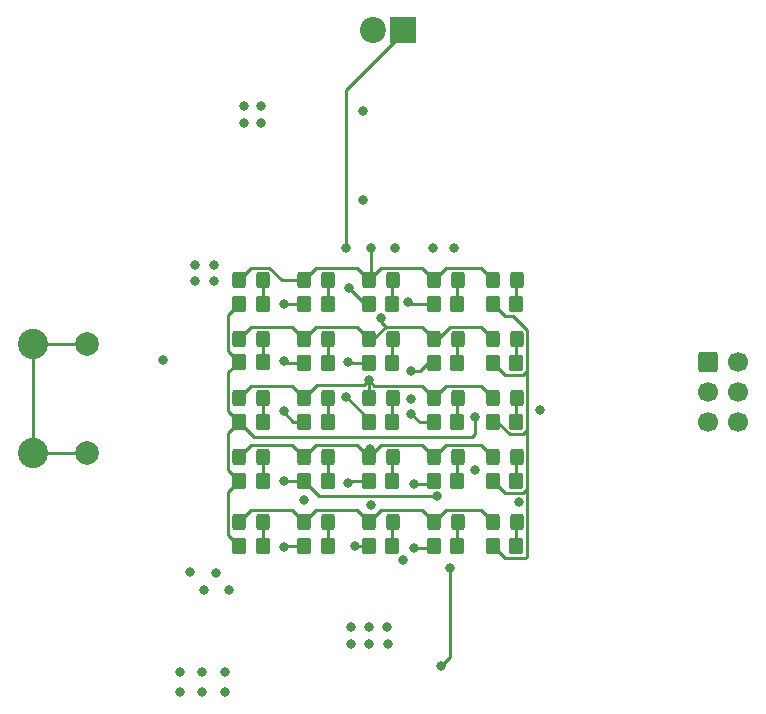
<source format=gbr>
%TF.GenerationSoftware,KiCad,Pcbnew,7.0.6-7.0.6~ubuntu20.04.1*%
%TF.CreationDate,2023-07-18T17:21:29-05:00*%
%TF.ProjectId,basic_microcontroller,62617369-635f-46d6-9963-726f636f6e74,rev?*%
%TF.SameCoordinates,Original*%
%TF.FileFunction,Copper,L4,Bot*%
%TF.FilePolarity,Positive*%
%FSLAX46Y46*%
G04 Gerber Fmt 4.6, Leading zero omitted, Abs format (unit mm)*
G04 Created by KiCad (PCBNEW 7.0.6-7.0.6~ubuntu20.04.1) date 2023-07-18 17:21:29*
%MOMM*%
%LPD*%
G01*
G04 APERTURE LIST*
G04 Aperture macros list*
%AMRoundRect*
0 Rectangle with rounded corners*
0 $1 Rounding radius*
0 $2 $3 $4 $5 $6 $7 $8 $9 X,Y pos of 4 corners*
0 Add a 4 corners polygon primitive as box body*
4,1,4,$2,$3,$4,$5,$6,$7,$8,$9,$2,$3,0*
0 Add four circle primitives for the rounded corners*
1,1,$1+$1,$2,$3*
1,1,$1+$1,$4,$5*
1,1,$1+$1,$6,$7*
1,1,$1+$1,$8,$9*
0 Add four rect primitives between the rounded corners*
20,1,$1+$1,$2,$3,$4,$5,0*
20,1,$1+$1,$4,$5,$6,$7,0*
20,1,$1+$1,$6,$7,$8,$9,0*
20,1,$1+$1,$8,$9,$2,$3,0*%
G04 Aperture macros list end*
%TA.AperFunction,ComponentPad*%
%ADD10R,2.200000X2.200000*%
%TD*%
%TA.AperFunction,ComponentPad*%
%ADD11C,2.200000*%
%TD*%
%TA.AperFunction,ComponentPad*%
%ADD12RoundRect,0.250000X-0.600000X-0.600000X0.600000X-0.600000X0.600000X0.600000X-0.600000X0.600000X0*%
%TD*%
%TA.AperFunction,ComponentPad*%
%ADD13C,1.700000*%
%TD*%
%TA.AperFunction,ComponentPad*%
%ADD14C,2.000000*%
%TD*%
%TA.AperFunction,ComponentPad*%
%ADD15C,2.565000*%
%TD*%
%TA.AperFunction,SMDPad,CuDef*%
%ADD16RoundRect,0.250000X0.325000X0.450000X-0.325000X0.450000X-0.325000X-0.450000X0.325000X-0.450000X0*%
%TD*%
%TA.AperFunction,SMDPad,CuDef*%
%ADD17RoundRect,0.250000X0.350000X0.450000X-0.350000X0.450000X-0.350000X-0.450000X0.350000X-0.450000X0*%
%TD*%
%TA.AperFunction,ViaPad*%
%ADD18C,0.800000*%
%TD*%
%TA.AperFunction,Conductor*%
%ADD19C,0.250000*%
%TD*%
G04 APERTURE END LIST*
D10*
%TO.P,J3,1,Pin_1*%
%TO.N,Net-(J3-Pin_1)*%
X151900000Y-68800000D03*
D11*
%TO.P,J3,2,Pin_2*%
%TO.N,GND*%
X149360000Y-68800000D03*
%TD*%
D12*
%TO.P,J2,1,MISO*%
%TO.N,/MISO*%
X177747500Y-96955000D03*
D13*
%TO.P,J2,2,VCC*%
%TO.N,+5V*%
X180287500Y-96955000D03*
%TO.P,J2,3,SCK*%
%TO.N,/SCK*%
X177747500Y-99495000D03*
%TO.P,J2,4,MOSI*%
%TO.N,/MOSI*%
X180287500Y-99495000D03*
%TO.P,J2,5,~{RST}*%
%TO.N,/RESET*%
X177747500Y-102035000D03*
%TO.P,J2,6,GND*%
%TO.N,GND*%
X180287500Y-102035000D03*
%TD*%
D14*
%TO.P,J1,MH,SHIELD*%
%TO.N,Net-(J1-SHIELD)*%
X125100000Y-95390000D03*
D15*
X120600000Y-95390000D03*
D14*
X125100000Y-104610000D03*
D15*
X120600000Y-104610000D03*
%TD*%
D16*
%TO.P,D25,1,K*%
%TO.N,Net-(D25-K)*%
X145525000Y-110500000D03*
%TO.P,D25,2,A*%
%TO.N,/LED_ROW5*%
X143475000Y-110500000D03*
%TD*%
%TO.P,D13,1,K*%
%TO.N,Net-(D13-K)*%
X156525000Y-100000000D03*
%TO.P,D13,2,A*%
%TO.N,/LED_ROW3*%
X154475000Y-100000000D03*
%TD*%
D17*
%TO.P,R21,1*%
%TO.N,Net-(D15-K)*%
X145500000Y-102000000D03*
%TO.P,R21,2*%
%TO.N,/LED_COL4*%
X143500000Y-102000000D03*
%TD*%
%TO.P,R24,1*%
%TO.N,Net-(D18-K)*%
X156500000Y-107000000D03*
%TO.P,R24,2*%
%TO.N,/LED_COL2*%
X154500000Y-107000000D03*
%TD*%
D16*
%TO.P,D5,1,K*%
%TO.N,Net-(D5-K)*%
X145525000Y-90000000D03*
%TO.P,D5,2,A*%
%TO.N,/LED_ROW1*%
X143475000Y-90000000D03*
%TD*%
D17*
%TO.P,R18,1*%
%TO.N,Net-(D12-K)*%
X161500000Y-102000000D03*
%TO.P,R18,2*%
%TO.N,/LED_COL1*%
X159500000Y-102000000D03*
%TD*%
D16*
%TO.P,D17,1,K*%
%TO.N,Net-(D17-K)*%
X161525000Y-105000000D03*
%TO.P,D17,2,A*%
%TO.N,/LED_ROW4*%
X159475000Y-105000000D03*
%TD*%
D17*
%TO.P,R20,1*%
%TO.N,Net-(D14-K)*%
X151000000Y-102000000D03*
%TO.P,R20,2*%
%TO.N,/LED_COL3*%
X149000000Y-102000000D03*
%TD*%
D16*
%TO.P,D18,1,K*%
%TO.N,Net-(D18-K)*%
X156525000Y-105000000D03*
%TO.P,D18,2,A*%
%TO.N,/LED_ROW4*%
X154475000Y-105000000D03*
%TD*%
D17*
%TO.P,R15,1*%
%TO.N,Net-(D9-K)*%
X151000000Y-97000000D03*
%TO.P,R15,2*%
%TO.N,/LED_COL3*%
X149000000Y-97000000D03*
%TD*%
%TO.P,R16,1*%
%TO.N,Net-(D10-K)*%
X145500000Y-97000000D03*
%TO.P,R16,2*%
%TO.N,/LED_COL4*%
X143500000Y-97000000D03*
%TD*%
D16*
%TO.P,D23,1,K*%
%TO.N,Net-(D23-K)*%
X156525000Y-110500000D03*
%TO.P,D23,2,A*%
%TO.N,/LED_ROW5*%
X154475000Y-110500000D03*
%TD*%
D17*
%TO.P,R25,1*%
%TO.N,Net-(D19-K)*%
X151000000Y-107000000D03*
%TO.P,R25,2*%
%TO.N,/LED_COL3*%
X149000000Y-107000000D03*
%TD*%
D16*
%TO.P,D4,1,K*%
%TO.N,Net-(D4-K)*%
X151025000Y-90000000D03*
%TO.P,D4,2,A*%
%TO.N,/LED_ROW1*%
X148975000Y-90000000D03*
%TD*%
%TO.P,D26,1,K*%
%TO.N,Net-(D26-K)*%
X140025000Y-110500000D03*
%TO.P,D26,2,A*%
%TO.N,/LED_ROW5*%
X137975000Y-110500000D03*
%TD*%
D17*
%TO.P,R12,1*%
%TO.N,Net-(D6-K)*%
X140000000Y-92000000D03*
%TO.P,R12,2*%
%TO.N,/LED_COL5*%
X138000000Y-92000000D03*
%TD*%
D16*
%TO.P,D19,1,K*%
%TO.N,Net-(D19-K)*%
X151025000Y-105000000D03*
%TO.P,D19,2,A*%
%TO.N,/LED_ROW4*%
X148975000Y-105000000D03*
%TD*%
D17*
%TO.P,R23,1*%
%TO.N,Net-(D17-K)*%
X161500000Y-107000000D03*
%TO.P,R23,2*%
%TO.N,/LED_COL1*%
X159500000Y-107000000D03*
%TD*%
%TO.P,R11,1*%
%TO.N,Net-(D5-K)*%
X145500000Y-92000000D03*
%TO.P,R11,2*%
%TO.N,/LED_COL4*%
X143500000Y-92000000D03*
%TD*%
%TO.P,R8,1*%
%TO.N,Net-(D2-K)*%
X161500000Y-92000000D03*
%TO.P,R8,2*%
%TO.N,/LED_COL1*%
X159500000Y-92000000D03*
%TD*%
%TO.P,R30,1*%
%TO.N,Net-(D24-K)*%
X151000000Y-112500000D03*
%TO.P,R30,2*%
%TO.N,/LED_COL3*%
X149000000Y-112500000D03*
%TD*%
%TO.P,R29,1*%
%TO.N,Net-(D23-K)*%
X156500000Y-112500000D03*
%TO.P,R29,2*%
%TO.N,/LED_COL2*%
X154500000Y-112500000D03*
%TD*%
D16*
%TO.P,D14,1,K*%
%TO.N,Net-(D14-K)*%
X151025000Y-100000000D03*
%TO.P,D14,2,A*%
%TO.N,/LED_ROW3*%
X148975000Y-100000000D03*
%TD*%
D17*
%TO.P,R14,1*%
%TO.N,Net-(D8-K)*%
X156500000Y-97000000D03*
%TO.P,R14,2*%
%TO.N,/LED_COL2*%
X154500000Y-97000000D03*
%TD*%
%TO.P,R9,1*%
%TO.N,Net-(D3-K)*%
X156500000Y-92000000D03*
%TO.P,R9,2*%
%TO.N,/LED_COL2*%
X154500000Y-92000000D03*
%TD*%
D16*
%TO.P,D10,1,K*%
%TO.N,Net-(D10-K)*%
X145525000Y-95000000D03*
%TO.P,D10,2,A*%
%TO.N,/LED_ROW2*%
X143475000Y-95000000D03*
%TD*%
%TO.P,D16,1,K*%
%TO.N,Net-(D16-K)*%
X140025000Y-100000000D03*
%TO.P,D16,2,A*%
%TO.N,/LED_ROW3*%
X137975000Y-100000000D03*
%TD*%
%TO.P,D21,1,K*%
%TO.N,Net-(D21-K)*%
X140025000Y-105000000D03*
%TO.P,D21,2,A*%
%TO.N,/LED_ROW4*%
X137975000Y-105000000D03*
%TD*%
D17*
%TO.P,R10,1*%
%TO.N,Net-(D4-K)*%
X151000000Y-92000000D03*
%TO.P,R10,2*%
%TO.N,/LED_COL3*%
X149000000Y-92000000D03*
%TD*%
%TO.P,R13,1*%
%TO.N,Net-(D7-K)*%
X161500000Y-97000000D03*
%TO.P,R13,2*%
%TO.N,/LED_COL1*%
X159500000Y-97000000D03*
%TD*%
D16*
%TO.P,D7,1,K*%
%TO.N,Net-(D7-K)*%
X161525000Y-95000000D03*
%TO.P,D7,2,A*%
%TO.N,/LED_ROW2*%
X159475000Y-95000000D03*
%TD*%
%TO.P,D12,1,K*%
%TO.N,Net-(D12-K)*%
X161525000Y-100000000D03*
%TO.P,D12,2,A*%
%TO.N,/LED_ROW3*%
X159475000Y-100000000D03*
%TD*%
%TO.P,D8,1,K*%
%TO.N,Net-(D8-K)*%
X156525000Y-95000000D03*
%TO.P,D8,2,A*%
%TO.N,/LED_ROW2*%
X154475000Y-95000000D03*
%TD*%
%TO.P,D20,1,K*%
%TO.N,Net-(D20-K)*%
X145525000Y-105000000D03*
%TO.P,D20,2,A*%
%TO.N,/LED_ROW4*%
X143475000Y-105000000D03*
%TD*%
D17*
%TO.P,R32,1*%
%TO.N,Net-(D26-K)*%
X140000000Y-112500000D03*
%TO.P,R32,2*%
%TO.N,/LED_COL5*%
X138000000Y-112500000D03*
%TD*%
D16*
%TO.P,D22,1,K*%
%TO.N,Net-(D22-K)*%
X161525000Y-110500000D03*
%TO.P,D22,2,A*%
%TO.N,/LED_ROW5*%
X159475000Y-110500000D03*
%TD*%
%TO.P,D6,1,K*%
%TO.N,Net-(D6-K)*%
X140025000Y-90000000D03*
%TO.P,D6,2,A*%
%TO.N,/LED_ROW1*%
X137975000Y-90000000D03*
%TD*%
%TO.P,D24,1,K*%
%TO.N,Net-(D24-K)*%
X151025000Y-110500000D03*
%TO.P,D24,2,A*%
%TO.N,/LED_ROW5*%
X148975000Y-110500000D03*
%TD*%
D17*
%TO.P,R17,1*%
%TO.N,Net-(D11-K)*%
X140000000Y-96900000D03*
%TO.P,R17,2*%
%TO.N,/LED_COL5*%
X138000000Y-96900000D03*
%TD*%
%TO.P,R26,1*%
%TO.N,Net-(D20-K)*%
X145500000Y-107000000D03*
%TO.P,R26,2*%
%TO.N,/LED_COL4*%
X143500000Y-107000000D03*
%TD*%
D16*
%TO.P,D9,1,K*%
%TO.N,Net-(D9-K)*%
X151025000Y-95000000D03*
%TO.P,D9,2,A*%
%TO.N,/LED_ROW2*%
X148975000Y-95000000D03*
%TD*%
%TO.P,D2,1,K*%
%TO.N,Net-(D2-K)*%
X161525000Y-90000000D03*
%TO.P,D2,2,A*%
%TO.N,/LED_ROW1*%
X159475000Y-90000000D03*
%TD*%
D17*
%TO.P,R22,1*%
%TO.N,Net-(D16-K)*%
X140000000Y-102000000D03*
%TO.P,R22,2*%
%TO.N,/LED_COL5*%
X138000000Y-102000000D03*
%TD*%
%TO.P,R31,1*%
%TO.N,Net-(D25-K)*%
X145500000Y-112500000D03*
%TO.P,R31,2*%
%TO.N,/LED_COL4*%
X143500000Y-112500000D03*
%TD*%
D16*
%TO.P,D3,1,K*%
%TO.N,Net-(D3-K)*%
X156525000Y-90000000D03*
%TO.P,D3,2,A*%
%TO.N,/LED_ROW1*%
X154475000Y-90000000D03*
%TD*%
%TO.P,D11,1,K*%
%TO.N,Net-(D11-K)*%
X140025000Y-95000000D03*
%TO.P,D11,2,A*%
%TO.N,/LED_ROW2*%
X137975000Y-95000000D03*
%TD*%
D17*
%TO.P,R28,1*%
%TO.N,Net-(D22-K)*%
X161500000Y-112500000D03*
%TO.P,R28,2*%
%TO.N,/LED_COL1*%
X159500000Y-112500000D03*
%TD*%
%TO.P,R19,1*%
%TO.N,Net-(D13-K)*%
X156500000Y-102000000D03*
%TO.P,R19,2*%
%TO.N,/LED_COL2*%
X154500000Y-102000000D03*
%TD*%
D16*
%TO.P,D15,1,K*%
%TO.N,Net-(D15-K)*%
X145525000Y-100000000D03*
%TO.P,D15,2,A*%
%TO.N,/LED_ROW3*%
X143475000Y-100000000D03*
%TD*%
D17*
%TO.P,R27,1*%
%TO.N,Net-(D21-K)*%
X140000000Y-107000000D03*
%TO.P,R27,2*%
%TO.N,/LED_COL5*%
X138000000Y-107000000D03*
%TD*%
D18*
%TO.N,+5V*%
X156200000Y-87300000D03*
%TO.N,GND*%
X138400000Y-75300000D03*
X131600000Y-96800000D03*
X136800000Y-123200000D03*
X133000000Y-124900000D03*
X134900000Y-123200000D03*
X136800000Y-124900000D03*
X139900000Y-75300000D03*
X133000000Y-123200000D03*
X158000000Y-106100000D03*
X134900000Y-124900000D03*
X154400000Y-87300000D03*
X138400000Y-76700000D03*
X139900000Y-76700000D03*
%TO.N,Net-(U1-XTAL1)*%
X161700500Y-108749500D03*
X151900000Y-113700000D03*
%TO.N,Net-(U1-XTAL2)*%
X163500000Y-101000000D03*
X149200000Y-109024500D03*
%TO.N,+5V*%
X135900000Y-88700000D03*
X150600000Y-120800000D03*
X134300000Y-90100000D03*
X147500000Y-120800000D03*
X134300000Y-88700000D03*
X149000000Y-119400000D03*
X150500000Y-119400000D03*
X135900000Y-90100000D03*
X148500000Y-75700000D03*
X147500000Y-119400000D03*
X149000000Y-120800000D03*
%TO.N,/MISO*%
X136100000Y-114800000D03*
%TO.N,/SCK*%
X133900000Y-114700000D03*
%TO.N,/MOSI*%
X135037590Y-116249500D03*
%TO.N,/RESET*%
X137200000Y-116249500D03*
%TO.N,/LED_ROW1*%
X149200000Y-87300000D03*
%TO.N,/LED_ROW2*%
X150000000Y-93200000D03*
%TO.N,/LED_ROW3*%
X149000000Y-98500000D03*
%TO.N,/LED_ROW4*%
X149100000Y-104300000D03*
X152600000Y-100100000D03*
%TO.N,/LED_ROW5*%
X143537147Y-110562147D03*
X151200000Y-87300000D03*
%TO.N,/LED_COL1*%
X159500000Y-107000000D03*
%TO.N,/LED_COL2*%
X152800000Y-107300000D03*
X152300000Y-91900000D03*
X152600000Y-101300000D03*
X152800000Y-112700000D03*
X152600000Y-97700000D03*
%TO.N,/LED_COL3*%
X147100000Y-99900000D03*
X147200000Y-96900000D03*
X147200000Y-107200000D03*
X147300000Y-90700000D03*
X147800000Y-112500000D03*
%TO.N,/LED_COL4*%
X141800000Y-96875500D03*
X141800000Y-107000000D03*
X154800000Y-108300000D03*
X141800000Y-92000000D03*
X141800000Y-101112299D03*
X141800000Y-112600000D03*
%TO.N,/LED_COL5*%
X158000000Y-101600000D03*
%TO.N,/TRI_LED_B*%
X143500000Y-108600000D03*
X148500000Y-83200000D03*
%TO.N,Net-(J3-Pin_1)*%
X147100000Y-87300000D03*
%TO.N,/SDA*%
X155100000Y-122700000D03*
X155900000Y-114400000D03*
%TD*%
D19*
%TO.N,/LED_COL4*%
X141824500Y-97000000D02*
X143500000Y-97000000D01*
X141700000Y-96875500D02*
X141824500Y-97000000D01*
%TO.N,Net-(J1-SHIELD)*%
X125100000Y-104610000D02*
X120600000Y-104610000D01*
X120600000Y-104610000D02*
X120600000Y-95390000D01*
X125100000Y-95390000D02*
X120600000Y-95390000D01*
%TO.N,Net-(D2-K)*%
X161500000Y-92000000D02*
X161500000Y-90000000D01*
%TO.N,/LED_ROW1*%
X144525000Y-88975000D02*
X143500000Y-90000000D01*
X149200000Y-89800000D02*
X149000000Y-90000000D01*
X147975000Y-88975000D02*
X144525000Y-88975000D01*
X140588173Y-88975000D02*
X139025000Y-88975000D01*
X149000000Y-90000000D02*
X147975000Y-88975000D01*
X150025000Y-88975000D02*
X149000000Y-90000000D01*
X155525000Y-88975000D02*
X154500000Y-90000000D01*
X158475000Y-88975000D02*
X155525000Y-88975000D01*
X154500000Y-90000000D02*
X153475000Y-88975000D01*
X139025000Y-88975000D02*
X138000000Y-90000000D01*
X143500000Y-90000000D02*
X141613173Y-90000000D01*
X141613173Y-90000000D02*
X140588173Y-88975000D01*
X153475000Y-88975000D02*
X150025000Y-88975000D01*
X159500000Y-90000000D02*
X158475000Y-88975000D01*
X149200000Y-87200000D02*
X149200000Y-89800000D01*
%TO.N,Net-(D3-K)*%
X156500000Y-90000000D02*
X156500000Y-92000000D01*
%TO.N,Net-(D4-K)*%
X151000000Y-90000000D02*
X151000000Y-92000000D01*
%TO.N,Net-(D5-K)*%
X145500000Y-90000000D02*
X145500000Y-92000000D01*
%TO.N,Net-(D6-K)*%
X140000000Y-90000000D02*
X140000000Y-92000000D01*
%TO.N,Net-(D7-K)*%
X161500000Y-95000000D02*
X161500000Y-97000000D01*
%TO.N,/LED_ROW2*%
X154500000Y-95000000D02*
X154886827Y-95000000D01*
X139025000Y-93975000D02*
X142475000Y-93975000D01*
X150000000Y-93563173D02*
X150411827Y-93975000D01*
X149000000Y-95000000D02*
X149386827Y-95000000D01*
X149386827Y-95000000D02*
X150411827Y-93975000D01*
X142475000Y-93975000D02*
X143500000Y-95000000D01*
X138000000Y-95000000D02*
X139025000Y-93975000D01*
X144525000Y-93975000D02*
X147975000Y-93975000D01*
X154886827Y-95000000D02*
X155911827Y-93975000D01*
X158475000Y-93975000D02*
X159500000Y-95000000D01*
X155911827Y-93975000D02*
X158475000Y-93975000D01*
X143500000Y-95000000D02*
X144525000Y-93975000D01*
X150000000Y-93200000D02*
X150000000Y-93563173D01*
X150411827Y-93975000D02*
X153475000Y-93975000D01*
X153475000Y-93975000D02*
X154500000Y-95000000D01*
X147975000Y-93975000D02*
X149000000Y-95000000D01*
%TO.N,Net-(D8-K)*%
X156500000Y-95000000D02*
X156500000Y-97000000D01*
%TO.N,Net-(D9-K)*%
X151000000Y-95000000D02*
X151000000Y-97000000D01*
%TO.N,Net-(D10-K)*%
X145500000Y-95000000D02*
X145500000Y-97000000D01*
%TO.N,Net-(D11-K)*%
X140000000Y-96900000D02*
X140000000Y-95000000D01*
%TO.N,Net-(D12-K)*%
X161500000Y-100000000D02*
X161500000Y-102000000D01*
%TO.N,/LED_ROW3*%
X155525000Y-98975000D02*
X158475000Y-98975000D01*
X148975000Y-100000000D02*
X148975000Y-98525000D01*
X139025000Y-98975000D02*
X138000000Y-100000000D01*
X146800805Y-98900000D02*
X146775805Y-98925000D01*
X154500000Y-100000000D02*
X155525000Y-98975000D01*
X148600000Y-98900000D02*
X146800805Y-98900000D01*
X149475000Y-98975000D02*
X153475000Y-98975000D01*
X142475000Y-98975000D02*
X139025000Y-98975000D01*
X146175195Y-98925000D02*
X146150195Y-98900000D01*
X148975000Y-98525000D02*
X149000000Y-98500000D01*
X143500000Y-100000000D02*
X142475000Y-98975000D01*
X153475000Y-98975000D02*
X154500000Y-100000000D01*
X146775805Y-98925000D02*
X146175195Y-98925000D01*
X149000000Y-98500000D02*
X149475000Y-98975000D01*
X149000000Y-98500000D02*
X148600000Y-98900000D01*
X144600000Y-98900000D02*
X143500000Y-100000000D01*
X146150195Y-98900000D02*
X144600000Y-98900000D01*
X158475000Y-98975000D02*
X159500000Y-100000000D01*
%TO.N,Net-(D13-K)*%
X156500000Y-100000000D02*
X156500000Y-102000000D01*
%TO.N,Net-(D14-K)*%
X151000000Y-100000000D02*
X151000000Y-102000000D01*
%TO.N,Net-(D15-K)*%
X145500000Y-100000000D02*
X145500000Y-102000000D01*
%TO.N,Net-(D16-K)*%
X140000000Y-100000000D02*
X140000000Y-102000000D01*
%TO.N,Net-(D17-K)*%
X161500000Y-105000000D02*
X161500000Y-107000000D01*
%TO.N,/LED_ROW4*%
X149000000Y-105000000D02*
X150025000Y-103975000D01*
X153475000Y-103975000D02*
X154500000Y-105000000D01*
X155525000Y-103975000D02*
X158475000Y-103975000D01*
X158475000Y-103975000D02*
X159500000Y-105000000D01*
X147975000Y-103975000D02*
X149000000Y-105000000D01*
X150025000Y-103975000D02*
X153475000Y-103975000D01*
X144525000Y-103975000D02*
X147975000Y-103975000D01*
X154500000Y-105000000D02*
X155525000Y-103975000D01*
X139025000Y-103975000D02*
X142475000Y-103975000D01*
X138000000Y-105000000D02*
X139025000Y-103975000D01*
X142475000Y-103975000D02*
X143500000Y-105000000D01*
X143500000Y-105000000D02*
X144525000Y-103975000D01*
%TO.N,Net-(D18-K)*%
X156500000Y-105000000D02*
X156500000Y-107000000D01*
%TO.N,Net-(D19-K)*%
X151000000Y-105000000D02*
X151000000Y-107000000D01*
%TO.N,Net-(D20-K)*%
X145500000Y-105000000D02*
X145500000Y-107000000D01*
%TO.N,Net-(D21-K)*%
X140000000Y-105000000D02*
X140000000Y-107000000D01*
%TO.N,Net-(D22-K)*%
X161500000Y-110500000D02*
X161500000Y-112500000D01*
%TO.N,/LED_ROW5*%
X154500000Y-110500000D02*
X153475000Y-109475000D01*
X147975000Y-109475000D02*
X144525000Y-109475000D01*
X155525000Y-109475000D02*
X154500000Y-110500000D01*
X143500000Y-110500000D02*
X142475000Y-109475000D01*
X144525000Y-109475000D02*
X143500000Y-110500000D01*
X158475000Y-109475000D02*
X155525000Y-109475000D01*
X159500000Y-110500000D02*
X158475000Y-109475000D01*
X142475000Y-109475000D02*
X139025000Y-109475000D01*
X139025000Y-109475000D02*
X138000000Y-110500000D01*
X149000000Y-110500000D02*
X147975000Y-109475000D01*
X153475000Y-109475000D02*
X150025000Y-109475000D01*
X150025000Y-109475000D02*
X149000000Y-110500000D01*
%TO.N,Net-(D23-K)*%
X156500000Y-112500000D02*
X156500000Y-110500000D01*
%TO.N,Net-(D24-K)*%
X151000000Y-110500000D02*
X151000000Y-112500000D01*
%TO.N,Net-(D25-K)*%
X145500000Y-112500000D02*
X145500000Y-110500000D01*
%TO.N,Net-(D26-K)*%
X140000000Y-110500000D02*
X140000000Y-112500000D01*
%TO.N,/LED_COL1*%
X162425000Y-97688173D02*
X162088173Y-98025000D01*
X159500000Y-112500000D02*
X160525000Y-113525000D01*
X162425000Y-102688173D02*
X162425000Y-97688173D01*
X160525000Y-113525000D02*
X162275000Y-113525000D01*
X162425000Y-113375000D02*
X162425000Y-107688173D01*
X159886827Y-102000000D02*
X160911827Y-103025000D01*
X160525000Y-108025000D02*
X162088173Y-108025000D01*
X162088173Y-98025000D02*
X160525000Y-98025000D01*
X162275000Y-113525000D02*
X162425000Y-113375000D01*
X159500000Y-92000000D02*
X160525000Y-93025000D01*
X160525000Y-98025000D02*
X159500000Y-97000000D01*
X162425000Y-94225000D02*
X162425000Y-97688173D01*
X160911827Y-103025000D02*
X162088173Y-103025000D01*
X162425000Y-107688173D02*
X162425000Y-102688173D01*
X162088173Y-108025000D02*
X162425000Y-107688173D01*
X161225000Y-93025000D02*
X162425000Y-94225000D01*
X159500000Y-102000000D02*
X159886827Y-102000000D01*
X159500000Y-107000000D02*
X160525000Y-108025000D01*
X162088173Y-103025000D02*
X162425000Y-102688173D01*
X160525000Y-93025000D02*
X161225000Y-93025000D01*
%TO.N,/LED_COL2*%
X152600000Y-97700000D02*
X153300000Y-97700000D01*
X152800000Y-107300000D02*
X154200000Y-107300000D01*
X152600000Y-101300000D02*
X153300000Y-102000000D01*
X152300000Y-91900000D02*
X152400000Y-92000000D01*
X152800000Y-112700000D02*
X154300000Y-112700000D01*
X153300000Y-97700000D02*
X154000000Y-97000000D01*
X152400000Y-92000000D02*
X154500000Y-92000000D01*
X154300000Y-112700000D02*
X154500000Y-112500000D01*
X154000000Y-97000000D02*
X154500000Y-97000000D01*
X153300000Y-102000000D02*
X154500000Y-102000000D01*
X154200000Y-107300000D02*
X154500000Y-107000000D01*
%TO.N,/LED_COL3*%
X147400000Y-107000000D02*
X147200000Y-107200000D01*
X149000000Y-101800000D02*
X147100000Y-99900000D01*
X147300000Y-97000000D02*
X147200000Y-96900000D01*
X147800000Y-112500000D02*
X149000000Y-112500000D01*
X147300000Y-90700000D02*
X148400000Y-91800000D01*
X149000000Y-107000000D02*
X147400000Y-107000000D01*
X148900000Y-91900000D02*
X149000000Y-92000000D01*
X149000000Y-97000000D02*
X147300000Y-97000000D01*
X148900000Y-91800000D02*
X148900000Y-91900000D01*
X149000000Y-102000000D02*
X149000000Y-101800000D01*
X148400000Y-91800000D02*
X148900000Y-91800000D01*
%TO.N,/LED_COL4*%
X141900000Y-112500000D02*
X141800000Y-112600000D01*
X143500000Y-112500000D02*
X141900000Y-112500000D01*
X143500000Y-107000000D02*
X141700000Y-107000000D01*
X141800000Y-92000000D02*
X143500000Y-92000000D01*
X154800000Y-108300000D02*
X144800000Y-108300000D01*
X141712299Y-101112299D02*
X142600000Y-102000000D01*
X142600000Y-102000000D02*
X143500000Y-102000000D01*
X144800000Y-108300000D02*
X143500000Y-107000000D01*
%TO.N,/LED_COL5*%
X138000000Y-107000000D02*
X137075000Y-107925000D01*
X137075000Y-95975000D02*
X138000000Y-96900000D01*
X158000000Y-101600000D02*
X158000000Y-103000000D01*
X137075000Y-102925000D02*
X137075000Y-106075000D01*
X138000000Y-96900000D02*
X137075000Y-97825000D01*
X158000000Y-103000000D02*
X157700000Y-103300000D01*
X139300000Y-103300000D02*
X138000000Y-102000000D01*
X138000000Y-102000000D02*
X137075000Y-102925000D01*
X137075000Y-111575000D02*
X138000000Y-112500000D01*
X137075000Y-106075000D02*
X138000000Y-107000000D01*
X157700000Y-103300000D02*
X139300000Y-103300000D01*
X137075000Y-107925000D02*
X137075000Y-111575000D01*
X137075000Y-92925000D02*
X137075000Y-95975000D01*
X137075000Y-97825000D02*
X137075000Y-101075000D01*
X138000000Y-92000000D02*
X137075000Y-92925000D01*
X137075000Y-101075000D02*
X138000000Y-102000000D01*
%TO.N,Net-(J3-Pin_1)*%
X147100000Y-73900000D02*
X152500000Y-68500000D01*
X147100000Y-87300000D02*
X147100000Y-73900000D01*
%TO.N,/SDA*%
X155900000Y-114400000D02*
X155900000Y-121900000D01*
X155900000Y-121900000D02*
X155100000Y-122700000D01*
%TD*%
M02*

</source>
